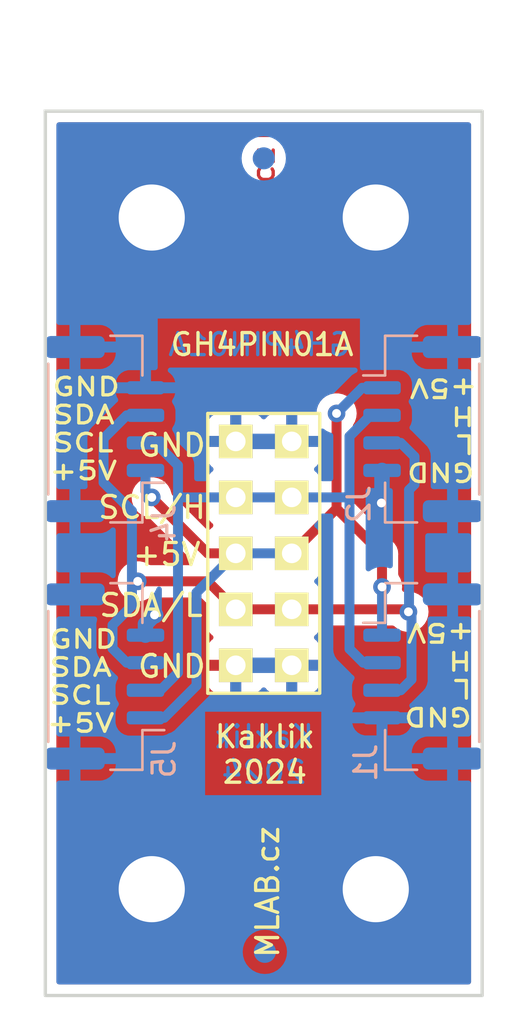
<source format=kicad_pcb>
(kicad_pcb (version 20221018) (generator pcbnew)
  (layers (0 "F.Cu" signal) (31 "B.Cu" signal) (34 "B.Paste" user) (36 "B.SilkS" user "B.Silkscreen") (37 "F.SilkS" user "F.Silkscreen") (38 "B.Mask" user) (39 "F.Mask" user) (44 "Edge.Cuts" user))
  (net 0 "")
  (net 1 "/+5V")
  (net 2 "GND")
  (net 3 "/SCL{slash}CAN_H")
  (net 4 "/SDA{slash}CAN_L")
  (footprint "Mlab_Mechanical:MountingHole_3mm" (layer "F.Cu") (at 153.58 89.76)
    (fp_text reference "M2" hide)
    (fp_text value "HOLE M3" hide)
    (pad "1" thru_hole circle locked (at 0 0) (size 6 6) (drill 3) (layers "*.Cu" "*.Mask") (net 2 "GND") (clearance 1))
  )
  (footprint "Mlab_Mechanical:MountingHole_3mm" (layer "F.Cu") (at 153.58 120.24)
    (fp_text reference "M4" hide)
    (fp_text value "HOLE" hide)
    (pad "1" thru_hole circle locked (at 0 0) (size 6 6) (drill 3) (layers "*.Cu" "*.Mask") (net 2 "GND") (clearance 1))
  )
  (footprint "Mlab_Mechanical:MountingHole_3mm" (layer "F.Cu") (at 143.42 120.24)
    (fp_text reference "M3" hide)
    (fp_text value "HOLE" hide)
    (pad "1" thru_hole circle locked (at 0 0) (size 6 6) (drill 3) (layers "*.Cu" "*.Mask") (net 2 "GND") (clearance 1))
  )
  (footprint "Mlab_Mechanical:MountingHole_3mm" (layer "F.Cu") (at 143.42 89.76)
    (fp_text reference "M1" hide)
    (fp_text value "HOLE M3" hide)
    (pad "1" thru_hole circle locked (at 0 0) (size 6 6) (drill 3) (layers "*.Cu" "*.Mask") (net 2 "GND") (clearance 1))
  )
  (footprint "Mlab_Pin_Headers:Straight_2x05" (layer "F.Cu") (at 148.5 105)
    (fp_text reference "J3" hide)
    (fp_text value "HEADER_2x05_PARALLEL" hide)
    (fp_line (start -2.54 -6.35) (end 2.54 -6.35) (stroke (width 0.15)) (layer "F.SilkS"))
    (fp_line (start -2.54 6.35) (end -2.54 -6.35) (stroke (width 0.15)) (layer "F.SilkS"))
    (fp_line (start 2.54 -6.35) (end 2.54 6.35) (stroke (width 0.15)) (layer "F.SilkS"))
    (fp_line (start 2.54 6.35) (end -2.54 6.35) (stroke (width 0.15)) (layer "F.SilkS"))
    (pad "1" thru_hole rect (at -1.27 -5.08) (size 1.524 1.524) (drill 0.889) (layers "*.Cu" "*.Mask" "F.SilkS") (net 2 "GND"))
    (pad "2" thru_hole rect (at 1.27 -5.08) (size 1.524 1.524) (drill 0.889) (layers "*.Cu" "*.Mask" "F.SilkS") (net 2 "GND"))
    (pad "3" thru_hole rect (at -1.27 -2.54) (size 1.524 1.524) (drill 0.889) (layers "*.Cu" "*.Mask" "F.SilkS") (net 3 "/SCL{slash}CAN_H"))
    (pad "4" thru_hole rect (at 1.27 -2.54) (size 1.524 1.524) (drill 0.889) (layers "*.Cu" "*.Mask" "F.SilkS") (net 3 "/SCL{slash}CAN_H"))
    (pad "5" thru_hole rect (at -1.27 0) (size 1.524 1.524) (drill 0.889) (layers "*.Cu" "*.Mask" "F.SilkS") (net 1 "/+5V"))
    (pad "6" thru_hole rect (at 1.27 0) (size 1.524 1.524) (drill 0.889) (layers "*.Cu" "*.Mask" "F.SilkS") (net 1 "/+5V"))
    (pad "7" thru_hole rect (at -1.27 2.54) (size 1.524 1.524) (drill 0.889) (layers "*.Cu" "*.Mask" "F.SilkS") (net 4 "/SDA{slash}CAN_L"))
    (pad "8" thru_hole rect (at 1.27 2.54) (size 1.524 1.524) (drill 0.889) (layers "*.Cu" "*.Mask" "F.SilkS") (net 4 "/SDA{slash}CAN_L"))
    (pad "9" thru_hole rect (at -1.27 5.08) (size 1.524 1.524) (drill 0.889) (layers "*.Cu" "*.Mask" "F.SilkS") (net 2 "GND"))
    (pad "10" thru_hole rect (at 1.27 5.08) (size 1.524 1.524) (drill 0.889) (layers "*.Cu" "*.Mask" "F.SilkS") (net 2 "GND"))
  )
  (footprint "Connector_JST:JST_GH_SM04B-GHS-TB_1x04-1MP_P1.25mm_Horizontal" (layer "B.Cu") (at 155.713599 110.588 -90)
    (fp_text reference "J1" (at 3.9116 2.5908 90) (layer "B.SilkS") (effects (justify mirror)))
    (fp_text value "SM04B-GHS-TB")
    (fp_line (start -4.235 0.26) (end -4.235 1.71) (stroke (width 0.12)) (layer "B.SilkS"))
    (fp_line (start -4.235 1.71) (end -2.435 1.71) (stroke (width 0.12)) (layer "B.SilkS"))
    (fp_line (start -2.965 -2.56) (end 2.965 -2.56) (stroke (width 0.12)) (layer "B.SilkS"))
    (fp_line (start -2.435 1.71) (end -2.435 2.7) (stroke (width 0.12)) (layer "B.SilkS"))
    (fp_line (start 4.235 0.26) (end 4.235 1.71) (stroke (width 0.12)) (layer "B.SilkS"))
    (fp_line (start 4.235 1.71) (end 2.435 1.71) (stroke (width 0.12)) (layer "B.SilkS"))
    (pad "1" smd roundrect (at -1.875 1.85 270) (size 0.6 1.7) (layers "B.Cu" "B.Paste" "B.Mask") (net 1 "/+5V"))
    (pad "2" smd roundrect (at -0.625 1.85 270) (size 0.6 1.7) (layers "B.Cu" "B.Paste" "B.Mask") (net 3 "/SCL{slash}CAN_H"))
    (pad "3" smd roundrect (at 0.625 1.85 270) (size 0.6 1.7) (layers "B.Cu" "B.Paste" "B.Mask") (net 4 "/SDA{slash}CAN_L"))
    (pad "4" smd roundrect (at 1.875 1.85 270) (size 0.6 1.7) (layers "B.Cu" "B.Paste" "B.Mask") (net 2 "GND"))
    (pad "MP" smd roundrect (at -3.725 -1.35 270) (size 1 2.7) (layers "B.Cu" "B.Paste" "B.Mask") (net 2 "GND"))
    (pad "MP" smd roundrect (at 3.725 -1.35 270) (size 1 2.7) (layers "B.Cu" "B.Paste" "B.Mask") (net 2 "GND"))
  )
  (footprint "Connector_JST:JST_GH_SM04B-GHS-TB_1x04-1MP_P1.25mm_Horizontal" (layer "B.Cu") (at 141.286399 110.588 90)
    (fp_text reference "J5" (at -3.7592 2.6924 90) (layer "B.SilkS") (effects (justify mirror)))
    (fp_text value "SM04B-GHS-TB")
    (fp_line (start -4.235 0.26) (end -4.235 1.71) (stroke (width 0.12)) (layer "B.SilkS"))
    (fp_line (start -4.235 1.71) (end -2.435 1.71) (stroke (width 0.12)) (layer "B.SilkS"))
    (fp_line (start -2.965 -2.56) (end 2.965 -2.56) (stroke (width 0.12)) (layer "B.SilkS"))
    (fp_line (start -2.435 1.71) (end -2.435 2.7) (stroke (width 0.12)) (layer "B.SilkS"))
    (fp_line (start 4.235 0.26) (end 4.235 1.71) (stroke (width 0.12)) (layer "B.SilkS"))
    (fp_line (start 4.235 1.71) (end 2.435 1.71) (stroke (width 0.12)) (layer "B.SilkS"))
    (pad "1" smd roundrect (at -1.875 1.85 90) (size 0.6 1.7) (layers "B.Cu" "B.Paste" "B.Mask") (net 1 "/+5V"))
    (pad "2" smd roundrect (at -0.625 1.85 90) (size 0.6 1.7) (layers "B.Cu" "B.Paste" "B.Mask") (net 3 "/SCL{slash}CAN_H"))
    (pad "3" smd roundrect (at 0.625 1.85 90) (size 0.6 1.7) (layers "B.Cu" "B.Paste" "B.Mask") (net 4 "/SDA{slash}CAN_L"))
    (pad "4" smd roundrect (at 1.875 1.85 90) (size 0.6 1.7) (layers "B.Cu" "B.Paste" "B.Mask") (net 2 "GND"))
    (pad "MP" smd roundrect (at -3.725 -1.35 90) (size 1 2.7) (layers "B.Cu" "B.Paste" "B.Mask") (net 2 "GND"))
    (pad "MP" smd roundrect (at 3.725 -1.35 90) (size 1 2.7) (layers "B.Cu" "B.Paste" "B.Mask") (net 2 "GND"))
  )
  (footprint "Fiducial:Fiducial_1mm_Mask2mm" (layer "B.Cu") (at 148.550799 123.0848 180)
    (fp_text reference "FID2" hide)
    (fp_text value "Fiducial")
    (pad "" smd circle (at 0 0 180) (size 1 1) (layers "B.Cu" "B.Mask") (clearance 0.5))
  )
  (footprint "Fiducial:Fiducial_1mm_Mask2mm" (layer "B.Cu") (at 148.499999 87.0736 180)
    (fp_text reference "FID1" hide)
    (fp_text value "Fiducial")
    (pad "" smd circle (at 0 0 180) (size 1 1) (layers "B.Cu" "B.Mask") (clearance 0.5))
  )
  (footprint "Connector_JST:JST_GH_SM04B-GHS-TB_1x04-1MP_P1.25mm_Horizontal" (layer "B.Cu") (at 155.713599 99.3612 -90)
    (fp_text reference "J2" (at 3.4036 2.8956 90) (layer "B.SilkS") (effects (justify mirror)))
    (fp_text value "SM04B-GHS-TB")
    (fp_line (start -4.235 0.26) (end -4.235 1.71) (stroke (width 0.12)) (layer "B.SilkS"))
    (fp_line (start -4.235 1.71) (end -2.435 1.71) (stroke (width 0.12)) (layer "B.SilkS"))
    (fp_line (start -2.965 -2.56) (end 2.965 -2.56) (stroke (width 0.12)) (layer "B.SilkS"))
    (fp_line (start -2.435 1.71) (end -2.435 2.7) (stroke (width 0.12)) (layer "B.SilkS"))
    (fp_line (start 4.235 0.26) (end 4.235 1.71) (stroke (width 0.12)) (layer "B.SilkS"))
    (fp_line (start 4.235 1.71) (end 2.435 1.71) (stroke (width 0.12)) (layer "B.SilkS"))
    (pad "1" smd roundrect (at -1.875 1.85 270) (size 0.6 1.7) (layers "B.Cu" "B.Paste" "B.Mask") (net 1 "/+5V"))
    (pad "2" smd roundrect (at -0.625 1.85 270) (size 0.6 1.7) (layers "B.Cu" "B.Paste" "B.Mask") (net 3 "/SCL{slash}CAN_H"))
    (pad "3" smd roundrect (at 0.625 1.85 270) (size 0.6 1.7) (layers "B.Cu" "B.Paste" "B.Mask") (net 4 "/SDA{slash}CAN_L"))
    (pad "4" smd roundrect (at 1.875 1.85 270) (size 0.6 1.7) (layers "B.Cu" "B.Paste" "B.Mask") (net 2 "GND"))
    (pad "MP" smd roundrect (at -3.725 -1.35 270) (size 1 2.7) (layers "B.Cu" "B.Paste" "B.Mask") (net 2 "GND"))
    (pad "MP" smd roundrect (at 3.725 -1.35 270) (size 1 2.7) (layers "B.Cu" "B.Paste" "B.Mask") (net 2 "GND"))
  )
  (footprint "Connector_JST:JST_GH_SM04B-GHS-TB_1x04-1MP_P1.25mm_Horizontal" (layer "B.Cu") (at 141.286399 99.3612 90)
    (fp_text reference "J4" (at -4.2672 2.6924 90) (layer "B.SilkS") (effects (justify mirror)))
    (fp_text value "SM04B-GHS-TB")
    (fp_line (start -4.235 0.26) (end -4.235 1.71) (stroke (width 0.12)) (layer "B.SilkS"))
    (fp_line (start -4.235 1.71) (end -2.435 1.71) (stroke (width 0.12)) (layer "B.SilkS"))
    (fp_line (start -2.965 -2.56) (end 2.965 -2.56) (stroke (width 0.12)) (layer "B.SilkS"))
    (fp_line (start -2.435 1.71) (end -2.435 2.7) (stroke (width 0.12)) (layer "B.SilkS"))
    (fp_line (start 4.235 0.26) (end 4.235 1.71) (stroke (width 0.12)) (layer "B.SilkS"))
    (fp_line (start 4.235 1.71) (end 2.435 1.71) (stroke (width 0.12)) (layer "B.SilkS"))
    (pad "1" smd roundrect (at -1.875 1.85 90) (size 0.6 1.7) (layers "B.Cu" "B.Paste" "B.Mask") (net 1 "/+5V"))
    (pad "2" smd roundrect (at -0.625 1.85 90) (size 0.6 1.7) (layers "B.Cu" "B.Paste" "B.Mask") (net 3 "/SCL{slash}CAN_H"))
    (pad "3" smd roundrect (at 0.625 1.85 90) (size 0.6 1.7) (layers "B.Cu" "B.Paste" "B.Mask") (net 4 "/SDA{slash}CAN_L"))
    (pad "4" smd roundrect (at 1.875 1.85 90) (size 0.6 1.7) (layers "B.Cu" "B.Paste" "B.Mask") (net 2 "GND"))
    (pad "MP" smd roundrect (at -3.725 -1.35 90) (size 1 2.7) (layers "B.Cu" "B.Paste" "B.Mask") (net 2 "GND"))
    (pad "MP" smd roundrect (at 3.725 -1.35 90) (size 1 2.7) (layers "B.Cu" "B.Paste" "B.Mask") (net 2 "GND"))
  )
  (gr_rect (start 138.594 84.934) (end 158.406 125.066) (stroke (width 0.15)) (fill none) (layer "Edge.Cuts"))
  (gr_text "MLAB.cz" (at 149.058799 92.6048 90) (layer "F.Cu") (effects (font (size 1 1)) (justify left bottom)))
  (gr_text "GH4PIN01A" (at 152.563999 96.11) (layer "B.Cu") (effects (font (size 1 1)) (justify left bottom mirror)))
  (gr_text "Kaklik\n2024" (at 148.499999 115.5156) (layer "B.Cu") (effects (font (size 1 1)) (justify bottom mirror)))
  (gr_text "+5V" (at 158.278999 97.0244 180) (layer "F.SilkS") (effects (font (size 0.8 1)) (justify left bottom)))
  (gr_text "GND" (at 138.822599 97.9134) (layer "F.SilkS") (effects (font (size 0.8 1)) (justify left bottom)))
  (gr_text "SCL" (at 138.822599 100.4534) (layer "F.SilkS") (effects (font (size 0.8 1)) (justify left bottom)))
  (gr_text "+5V" (at 138.695599 101.7234) (layer "F.SilkS") (effects (font (size 0.8 1)) (justify left bottom)))
  (gr_text "L" (at 158.151999 99.564401 180) (layer "F.SilkS") (effects (font (size 0.8 1)) (justify left bottom)))
  (gr_text "H" (at 158.024999 109.3942 180) (layer "F.SilkS") (effects (font (size 0.8 1)) (justify left bottom)))
  (gr_text "GND" (at 142.708799 110.715) (layer "F.SilkS") (effects (font (size 1 1)) (justify left bottom)))
  (gr_text "+5V" (at 158.151999 108.1242 180) (layer "F.SilkS") (effects (font (size 0.8 1)) (justify left bottom)))
  (gr_text "SDA" (at 138.822599 99.1834) (layer "F.SilkS") (effects (font (size 0.8 1)) (justify left bottom)))
  (gr_text "SCL" (at 138.695599 111.9088) (layer "F.SilkS") (effects (font (size 0.8 1)) (justify left bottom)))
  (gr_text "GND" (at 158.024999 111.9342 180) (layer "F.SilkS") (effects (font (size 0.8 1)) (justify left bottom)))
  (gr_text "MLAB.cz" (at 149.261999 123.4404 90) (layer "F.SilkS") (effects (font (size 1 1)) (justify left bottom)))
  (gr_text "Kaklik\n2024" (at 148.550799 115.5156) (layer "F.SilkS") (effects (font (size 1 1)) (justify bottom)))
  (gr_text "SDA" (at 138.695599 110.6388) (layer "F.SilkS") (effects (font (size 0.8 1)) (justify left bottom)))
  (gr_text "+5V" (at 138.568599 113.1788) (layer "F.SilkS") (effects (font (size 0.8 1)) (justify left bottom)))
  (gr_text "GND" (at 142.708799 100.682) (layer "F.SilkS") (effects (font (size 1 1)) (justify left bottom)))
  (gr_text "+5V" (at 142.480199 105.635) (layer "F.SilkS") (effects (font (size 1 1)) (justify left bottom)))
  (gr_text "GND" (at 158.151999 100.8344 180) (layer "F.SilkS") (effects (font (size 0.8 1)) (justify left bottom)))
  (gr_text "GH4PIN01A" (at 144.181999 96.11) (layer "F.SilkS") (effects (font (size 1 1)) (justify left bottom)))
  (gr_text "L" (at 158.024999 110.664201 180) (layer "F.SilkS") (effects (font (size 0.8 1)) (justify left bottom)))
  (gr_text "GND" (at 138.695599 109.3688) (layer "F.SilkS") (effects (font (size 0.8 1)) (justify left bottom)))
  (gr_text "H" (at 158.151999 98.2944 180) (layer "F.SilkS") (effects (font (size 0.8 1)) (justify left bottom)))
  (gr_text "SDA/L" (at 140.956199 107.9464) (layer "F.SilkS") (effects (font (size 1 1)) (justify left bottom)))
  (gr_text "SCL/H" (at 140.905399 103.5014) (layer "F.SilkS") (effects (font (size 1 1)) (justify left bottom)))
  (segment (start 151.802006 102.967995) (end 153.863599 105.029588) (width 0.45) (layer "F.Cu") (net 1))
  (segment (start 151.801995 102.967984) (end 151.801995 98.650004) (width 0.45) (layer "F.Cu") (net 1))
  (segment (start 151.802006 102.967995) (end 151.801995 102.967984) (width 0.45) (layer "F.Cu") (net 1))
  (segment (start 149.77 105) (end 151.802006 102.967995) (width 0.45) (layer "F.Cu") (net 1))
  (segment (start 153.863599 105.029588) (end 153.863599 106.524) (width 0.45) (layer "F.Cu") (net 1))
  (segment (start 145.959999 105) (end 147.23 105) (width 0.45) (layer "F.Cu") (net 1))
  (segment (start 151.802006 98.650015) (end 151.801995 98.650004) (width 0.45) (layer "F.Cu") (net 1))
  (segment (start 143.419999 102.46) (end 145.959999 105) (width 0.45) (layer "F.Cu") (net 1))
  (via (at 153.863599 106.524) (size 0.8) (drill 0.4) (layers "F.Cu" "B.Cu") (net 1))
  (via (at 143.419999 102.46) (size 0.8) (drill 0.4) (layers "F.Cu" "B.Cu") (net 1))
  (via (at 151.801995 98.650004) (size 0.8) (drill 0.4) (layers "F.Cu" "B.Cu") (net 1))
  (segment (start 143.136399 101.2362) (end 143.136399 102.1764) (width 0.45) (layer "B.Cu") (net 1))
  (segment (start 153.863599 97.4862) (end 152.965799 97.4862) (width 0.45) (layer "B.Cu") (net 1))
  (segment (start 152.965799 97.4862) (end 151.801995 98.650004) (width 0.45) (layer "B.Cu") (net 1))
  (segment (start 143.136399 102.1764) (end 143.419999 102.46) (width 0.45) (layer "B.Cu") (net 1))
  (segment (start 153.863599 108.713) (end 153.863599 106.524) (width 0.45) (layer "B.Cu") (net 1))
  (segment (start 149.77 105) (end 147.23 105) (width 0.45) (layer "B.Cu") (net 1))
  (segment (start 145.451999 110.997399) (end 145.451999 106.778001) (width 0.45) (layer "B.Cu") (net 1))
  (segment (start 145.451999 106.778001) (end 147.23 105) (width 0.45) (layer "B.Cu") (net 1))
  (segment (start 143.986398 112.463) (end 145.451999 110.997399) (width 0.45) (layer "B.Cu") (net 1))
  (segment (start 143.136399 112.463) (end 143.986398 112.463) (width 0.45) (layer "B.Cu") (net 1))
  (via (at 143.546999 107.794) (size 0.8) (drill 0.4) (layers "F.Cu" "B.Cu") (net 2))
  (via (at 153.833999 102.714) (size 0.8) (drill 0.4) (layers "F.Cu" "B.Cu") (net 2))
  (segment (start 143.136399 108.713) (end 143.136399 108.2046) (width 0.7) (layer "B.Cu") (net 2))
  (segment (start 153.863599 101.2362) (end 153.863599 102.6844) (width 0.7) (layer "B.Cu") (net 2))
  (segment (start 149.77 99.92) (end 147.23 99.92) (width 0.7) (layer "B.Cu") (net 2))
  (segment (start 143.136399 108.2046) (end 143.546999 107.794) (width 0.7) (layer "B.Cu") (net 2))
  (segment (start 153.863599 102.6844) (end 153.833999 102.714) (width 0.7) (layer "B.Cu") (net 2))
  (segment (start 149.77 110.08) (end 147.23 110.08) (width 0.7) (layer "B.Cu") (net 2))
  (segment (start 143.810999 111.213) (end 144.611399 110.4126) (width 0.45) (layer "B.Cu") (net 3))
  (segment (start 153.0136 109.963) (end 152.388599 109.337999) (width 0.45) (layer "B.Cu") (net 3))
  (segment (start 144.662199 102.46) (end 147.23 102.46) (width 0.45) (layer "B.Cu") (net 3))
  (segment (start 152.388599 102.3076) (end 152.236199 102.46) (width 0.45) (layer "B.Cu") (net 3))
  (segment (start 144.611399 102.5108) (end 144.611399 101.0098) (width 0.45) (layer "B.Cu") (net 3))
  (segment (start 143.136399 111.213) (end 143.810999 111.213) (width 0.45) (layer "B.Cu") (net 3))
  (segment (start 152.388599 99.689) (end 153.341399 98.7362) (width 0.45) (layer "B.Cu") (net 3))
  (segment (start 149.77 102.46) (end 147.23 102.46) (width 0.45) (layer "B.Cu") (net 3))
  (segment (start 144.611399 110.4126) (end 144.611399 102.5108) (width 0.45) (layer "B.Cu") (net 3))
  (segment (start 153.863599 109.963) (end 153.0136 109.963) (width 0.45) (layer "B.Cu") (net 3))
  (segment (start 144.611399 102.5108) (end 144.662199 102.46) (width 0.45) (layer "B.Cu") (net 3))
  (segment (start 143.587799 99.9862) (end 143.136399 99.9862) (width 0.45) (layer "B.Cu") (net 3))
  (segment (start 153.341399 98.7362) (end 153.863599 98.7362) (width 0.45) (layer "B.Cu") (net 3))
  (segment (start 152.388599 102.3076) (end 152.388599 99.689) (width 0.45) (layer "B.Cu") (net 3))
  (segment (start 152.236199 102.46) (end 149.77 102.46) (width 0.45) (layer "B.Cu") (net 3))
  (segment (start 144.611399 101.0098) (end 143.587799 99.9862) (width 0.45) (layer "B.Cu") (net 3))
  (segment (start 152.388599 109.337999) (end 152.388599 102.3076) (width 0.45) (layer "B.Cu") (net 3))
  (segment (start 147.23 107.54) (end 149.77 107.54) (width 0.45) (layer "F.Cu") (net 4))
  (segment (start 147.23 107.54) (end 145.96 106.27) (width 0.45) (layer "F.Cu") (net 4))
  (segment (start 145.96 106.27) (end 142.785003 106.27) (width 0.45) (layer "F.Cu") (net 4))
  (segment (start 142.785003 106.27) (end 142.784999 106.270004) (width 0.45) (layer "F.Cu") (net 4))
  (segment (start 154.948579 107.54) (end 155.061627 107.653048) (width 0.45) (layer "F.Cu") (net 4))
  (segment (start 149.77 107.54) (end 154.948579 107.54) (width 0.45) (layer "F.Cu") (net 4))
  (via (at 142.784999 106.270004) (size 0.8) (drill 0.4) (layers "F.Cu" "B.Cu") (net 4))
  (via (at 155.061627 107.653048) (size 0.8) (drill 0.4) (layers "F.Cu" "B.Cu") (net 4))
  (segment (start 141.641999 109.318599) (end 142.2864 109.963) (width 0.45) (layer "B.Cu") (net 4))
  (segment (start 154.713598 111.213) (end 155.201317 110.725281) (width 0.45) (layer "B.Cu") (net 4))
  (segment (start 142.2864 98.7362) (end 141.235599 99.787001) (width 0.45) (layer "B.Cu") (net 4))
  (segment (start 155.201317 110.725281) (end 155.201317 107.595082) (width 0.45) (layer "B.Cu") (net 4))
  (segment (start 155.088599 102.1198) (end 155.338599 101.8698) (width 0.45) (layer "B.Cu") (net 4))
  (segment (start 141.235599 99.787001) (end 141.235599 101.791036) (width 0.45) (layer "B.Cu") (net 4))
  (segment (start 143.136399 98.7362) (end 142.2864 98.7362) (width 0.45) (layer "B.Cu") (net 4))
  (segment (start 154.713598 99.9862) (end 153.863599 99.9862) (width 0.45) (layer "B.Cu") (net 4))
  (segment (start 155.088599 107.482364) (end 155.088599 102.1198) (width 0.45) (layer "B.Cu") (net 4))
  (segment (start 155.338599 100.611201) (end 154.713598 99.9862) (width 0.45) (layer "B.Cu") (net 4))
  (segment (start 142.521999 103.077436) (end 142.521999 107.377228) (width 0.45) (layer "B.Cu") (net 4))
  (segment (start 142.521999 107.377228) (end 141.641999 108.257228) (width 0.45) (layer "B.Cu") (net 4))
  (segment (start 153.863599 111.213) (end 154.713598 111.213) (width 0.45) (layer "B.Cu") (net 4))
  (segment (start 155.201317 107.595082) (end 155.088599 107.482364) (width 0.45) (layer "B.Cu") (net 4))
  (segment (start 141.641999 108.257228) (end 141.641999 109.318599) (width 0.45) (layer "B.Cu") (net 4))
  (segment (start 141.235599 101.791036) (end 142.521999 103.077436) (width 0.45) (layer "B.Cu") (net 4))
  (segment (start 142.2864 109.963) (end 143.136399 109.963) (width 0.45) (layer "B.Cu") (net 4))
  (segment (start 155.338599 101.8698) (end 155.338599 100.611201) (width 0.45) (layer "B.Cu") (net 4))
  (zone (net 2) (net_name "GND") (layers "F&B.Cu") (connect_pads (clearance 0.508)) (min_thickness 0.25) (fill yes (thermal_gap 0.5) (thermal_bridge_width 0.5))
    (polygon (pts (xy 137.323999 83.664) (xy 159.675999 83.664) (xy 159.675999 126.336) (xy 137.323999 126.336)))
  )
)
</source>
